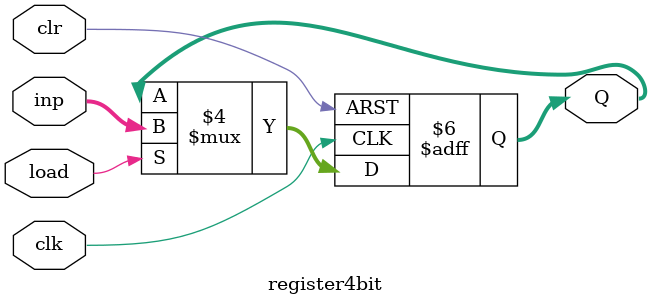
<source format=v>
/* 4 bit register */
module register4bit (
    input wire load, 
    input wire clk,
    input wire clr,
    input wire [3:0] inp,
    output reg [3:0] Q
);

/* D fiop flop */
always @(posedge clk or posedge clr) begin
    if (clr == 1)
        Q <= 0;
    else if (load == 1)
        Q <= inp;
end

endmodule

</source>
